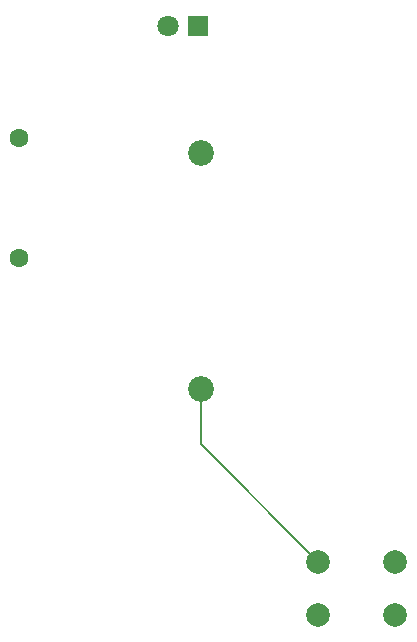
<source format=gbr>
%TF.GenerationSoftware,KiCad,Pcbnew,9.0.7*%
%TF.CreationDate,2026-01-21T21:34:25-07:00*%
%TF.ProjectId,WolfPCB,576f6c66-5043-4422-9e6b-696361645f70,1*%
%TF.SameCoordinates,Original*%
%TF.FileFunction,Copper,L2,Bot*%
%TF.FilePolarity,Positive*%
%FSLAX46Y46*%
G04 Gerber Fmt 4.6, Leading zero omitted, Abs format (unit mm)*
G04 Created by KiCad (PCBNEW 9.0.7) date 2026-01-21 21:34:25*
%MOMM*%
%LPD*%
G01*
G04 APERTURE LIST*
%TA.AperFunction,ComponentPad*%
%ADD10C,1.600000*%
%TD*%
%TA.AperFunction,ComponentPad*%
%ADD11R,1.800000X1.800000*%
%TD*%
%TA.AperFunction,ComponentPad*%
%ADD12C,1.800000*%
%TD*%
%TA.AperFunction,ComponentPad*%
%ADD13C,2.000000*%
%TD*%
%TA.AperFunction,ComponentPad*%
%ADD14C,2.175000*%
%TD*%
%TA.AperFunction,Conductor*%
%ADD15C,0.200000*%
%TD*%
G04 APERTURE END LIST*
D10*
%TO.P,R1,1*%
%TO.N,Net-(D1-A)*%
X131445000Y-93726000D03*
%TO.P,R1,2*%
%TO.N,Net-(R1-Pad2)*%
X131445000Y-103886000D03*
%TD*%
D11*
%TO.P,D1,1,K*%
%TO.N,Net-(D1-K)*%
X146558000Y-84201000D03*
D12*
%TO.P,D1,2,A*%
%TO.N,Net-(D1-A)*%
X144018000Y-84201000D03*
%TD*%
D13*
%TO.P,SW1,1,1*%
%TO.N,Net-(BT1-Pad+)*%
X156770000Y-129576000D03*
X163270000Y-129576000D03*
%TO.P,SW1,2,2*%
%TO.N,Net-(R1-Pad2)*%
X156770000Y-134076000D03*
X163270000Y-134076000D03*
%TD*%
D14*
%TO.P,2032 BAT,+*%
%TO.N,Net-(BT1-Pad+)*%
X146812000Y-114973000D03*
%TO.P,2032 BAT,-*%
%TO.N,Net-(D1-K)*%
X146812000Y-94973000D03*
%TD*%
D15*
%TO.N,Net-(BT1-Pad+)*%
X146812000Y-114973000D02*
X146812000Y-119618000D01*
X146812000Y-119618000D02*
X156770000Y-129576000D01*
%TD*%
M02*

</source>
